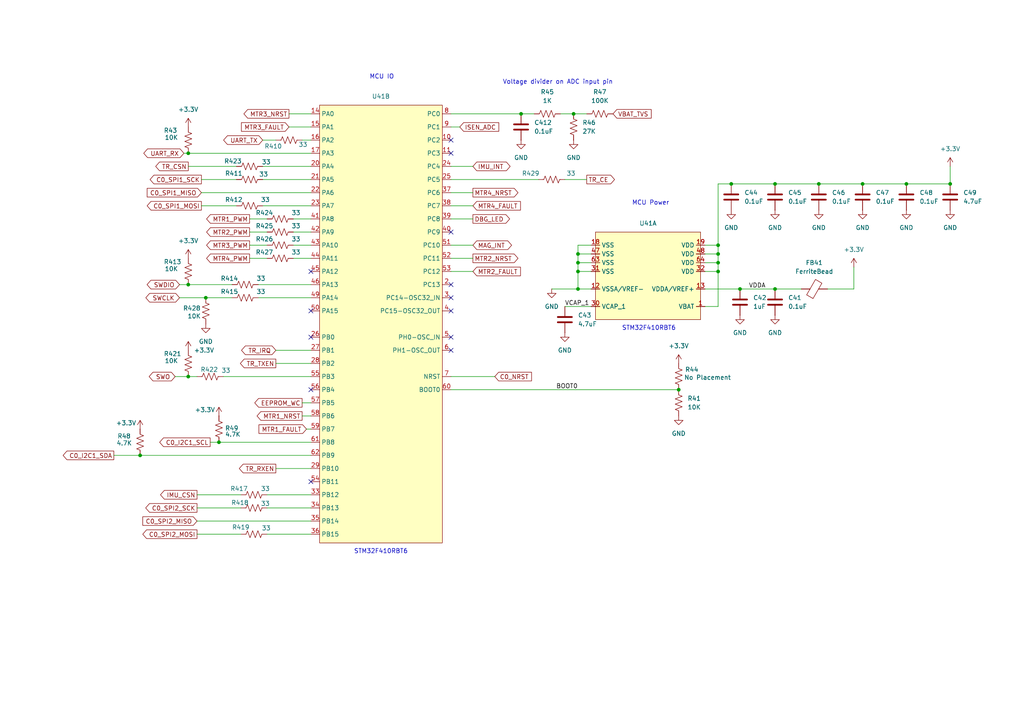
<source format=kicad_sch>
(kicad_sch (version 20250114) (generator "eeschema") (generator_version "9.0")
  (paper "A4")
  (title_block (title "MCU") (date "2026-01-30") (rev "0-1"))
  (lib_symbols
    (symbol "Device:C" (pin_numbers (hide yes)) (pin_names (offset 0.254))
      (property "Reference" "C" (at 0.635 2.54 0))
      (property "Value" "C" (at 0.635 -2.54 0))
      (symbol "C_0_1"
        (polyline (pts (xy -2.032 0.762) (xy 2.032 0.762)) (stroke (width 0.508)))
        (polyline (pts (xy -2.032 -0.762) (xy 2.032 -0.762)) (stroke (width 0.508)))
      )
      (symbol "C_1_1"
        (pin passive line (at 0 3.81 270) (length 2.794) (name "~") (number "1"))
        (pin passive line (at 0 -3.81 90) (length 2.794) (name "~") (number "2"))
      )
    )
    (symbol "Device:FerriteBead" (pin_numbers (hide yes)) (pin_names (offset 0))
      (property "Reference" "FB" (at -3.81 0.635 90))
      (property "Value" "FerriteBead" (at 3.81 0 90))
      (symbol "FerriteBead_0_1"
        (polyline (pts (xy -2.7686 0.4064) (xy -1.7018 2.2606) (xy 2.7686 -0.3048) (xy 1.6764 -2.159) (xy -2.7686 0.4064)))
        (polyline (pts (xy 0 1.27) (xy 0 1.2954)))
        (polyline (pts (xy 0 -1.27) (xy 0 -1.2192)))
      )
      (symbol "FerriteBead_1_1"
        (pin passive line (at 0 3.81 270) (length 2.54) (name "~") (number "1"))
        (pin passive line (at 0 -3.81 90) (length 2.54) (name "~") (number "2"))
      )
    )
    (symbol "Device:R_US" (pin_numbers (hide yes)) (pin_names (offset 0))
      (property "Reference" "R" (at 2.54 0 90))
      (property "Value" "R_US" (at -2.54 0 90))
      (symbol "R_US_0_1"
        (polyline (pts (xy 0 2.286) (xy 0 2.54)))
        (polyline (pts (xy 0 2.286) (xy 1.016 1.905) (xy 0 1.524) (xy -1.016 1.143) (xy 0 0.762)))
        (polyline (pts (xy 0 0.762) (xy 1.016 0.381) (xy 0 0) (xy -1.016 -0.381) (xy 0 -0.762)))
        (polyline (pts (xy 0 -0.762) (xy 1.016 -1.143) (xy 0 -1.524) (xy -1.016 -1.905) (xy 0 -2.286)))
        (polyline (pts (xy 0 -2.286) (xy 0 -2.54)))
      )
      (symbol "R_US_1_1"
        (pin passive line (at 0 3.81 270) (length 1.27) (name "~") (number "1"))
        (pin passive line (at 0 -3.81 90) (length 1.27) (name "~") (number "2"))
      )
    )
    (symbol "Global:STM32F410RBT6"
      (property "Reference" "U" (at 0 13.716 0))
      (property "Description" "STM32F410RBT6" (at 0 0 0))
      (symbol "STM32F410RBT6_1_1"
        (rectangle (start -15.24 10.16) (end 15.24 -15.24) (fill (type color) (color 255 255 194 1)))
        (pin input line (at -16.51 6.35 0) (length 2.54) (name "VSS") (number "18"))
        (pin input line (at -16.51 3.81 0) (length 2.54) (name "VSS") (number "47"))
        (pin input line (at -16.51 1.27 0) (length 2.54) (name "VSS") (number "63"))
        (pin input line (at -16.51 -1.27 0) (length 2.54) (name "VSS") (number "31"))
        (pin input line (at -16.51 -6.35 0) (length 2.54) (name "VSSA/VREF-") (number "12"))
        (pin input line (at -16.51 -11.43 0) (length 2.54) (name "VCAP_1") (number "30"))
        (pin input line (at 16.51 6.35 180) (length 2.54) (name "VDD") (number "19"))
        (pin input line (at 16.51 3.81 180) (length 2.54) (name "VDD") (number "48"))
        (pin input line (at 16.51 1.27 180) (length 2.54) (name "VDD") (number "64"))
        (pin input line (at 16.51 -1.27 180) (length 2.54) (name "VDD") (number "32"))
        (pin input line (at 16.51 -6.35 180) (length 2.54) (name "VDDA/VREF+") (number "13"))
        (pin input line (at 16.51 -11.43 180) (length 2.54) (name "VBAT") (number "1"))
      )
      (symbol "STM32F410RBT6_2_1"
        (rectangle (start -17.78 63.5) (end 17.78 -63.5) (fill (type color) (color 255 255 194 1)))
        (pin bidirectional line (at -20.32 60.96 0) (length 2.54) (name "PA0") (number "14"))
        (pin bidirectional line (at -20.32 57.15 0) (length 2.54) (name "PA1") (number "15"))
        (pin bidirectional line (at -20.32 53.34 0) (length 2.54) (name "PA2") (number "16"))
        (pin bidirectional line (at -20.32 49.53 0) (length 2.54) (name "PA3") (number "17"))
        (pin bidirectional line (at -20.32 45.72 0) (length 2.54) (name "PA4") (number "20"))
        (pin bidirectional line (at -20.32 41.91 0) (length 2.54) (name "PA5") (number "21"))
        (pin bidirectional line (at -20.32 38.1 0) (length 2.54) (name "PA6") (number "22"))
        (pin bidirectional line (at -20.32 34.29 0) (length 2.54) (name "PA7") (number "23"))
        (pin bidirectional line (at -20.32 30.48 0) (length 2.54) (name "PA8") (number "41"))
        (pin bidirectional line (at -20.32 26.67 0) (length 2.54) (name "PA9") (number "42"))
        (pin bidirectional line (at -20.32 22.86 0) (length 2.54) (name "PA10") (number "43"))
        (pin bidirectional line (at -20.32 19.05 0) (length 2.54) (name "PA11") (number "44"))
        (pin bidirectional line (at -20.32 15.24 0) (length 2.54) (name "PA12") (number "45"))
        (pin bidirectional line (at -20.32 11.43 0) (length 2.54) (name "PA13") (number "46"))
        (pin bidirectional line (at -20.32 7.62 0) (length 2.54) (name "PA14") (number "49"))
        (pin bidirectional line (at -20.32 3.81 0) (length 2.54) (name "PA15") (number "50"))
        (pin bidirectional line (at -20.32 -3.81 0) (length 2.54) (name "PB0") (number "26"))
        (pin bidirectional line (at -20.32 -7.62 0) (length 2.54) (name "PB1") (number "27"))
        (pin bidirectional line (at -20.32 -11.43 0) (length 2.54) (name "PB2") (number "28"))
        (pin bidirectional line (at -20.32 -15.24 0) (length 2.54) (name "PB3") (number "55"))
        (pin bidirectional line (at -20.32 -19.05 0) (length 2.54) (name "PB4") (number "56"))
        (pin bidirectional line (at -20.32 -22.86 0) (length 2.54) (name "PB5") (number "57"))
        (pin bidirectional line (at -20.32 -26.67 0) (length 2.54) (name "PB6") (number "58"))
        (pin bidirectional line (at -20.32 -30.48 0) (length 2.54) (name "PB7") (number "59"))
        (pin bidirectional line (at -20.32 -34.29 0) (length 2.54) (name "PB8") (number "61"))
        (pin bidirectional line (at -20.32 -38.1 0) (length 2.54) (name "PB9") (number "62"))
        (pin bidirectional line (at -20.32 -41.91 0) (length 2.54) (name "PB10") (number "29"))
        (pin bidirectional line (at -20.32 -45.72 0) (length 2.54) (name "PB11") (number "54"))
        (pin bidirectional line (at -20.32 -49.53 0) (length 2.54) (name "PB12") (number "33"))
        (pin bidirectional line (at -20.32 -53.34 0) (length 2.54) (name "PB13") (number "34"))
        (pin bidirectional line (at -20.32 -57.15 0) (length 2.54) (name "PB14") (number "35"))
        (pin bidirectional line (at -20.32 -60.96 0) (length 2.54) (name "PB15") (number "36"))
        (pin bidirectional line (at 20.32 60.96 180) (length 2.54) (name "PC0") (number "8"))
        (pin bidirectional line (at 20.32 57.15 180) (length 2.54) (name "PC1") (number "9"))
        (pin bidirectional line (at 20.32 53.34 180) (length 2.54) (name "PC2") (number "10"))
        (pin bidirectional line (at 20.32 49.53 180) (length 2.54) (name "PC3") (number "11"))
        (pin bidirectional line (at 20.32 45.72 180) (length 2.54) (name "PC4") (number "24"))
        (pin bidirectional line (at 20.32 41.91 180) (length 2.54) (name "PC5") (number "25"))
        (pin bidirectional line (at 20.32 38.1 180) (length 2.54) (name "PC6") (number "37"))
        (pin bidirectional line (at 20.32 34.29 180) (length 2.54) (name "PC7") (number "38"))
        (pin bidirectional line (at 20.32 30.48 180) (length 2.54) (name "PC8") (number "39"))
        (pin bidirectional line (at 20.32 26.67 180) (length 2.54) (name "PC9") (number "40"))
        (pin bidirectional line (at 20.32 22.86 180) (length 2.54) (name "PC10") (number "51"))
        (pin bidirectional line (at 20.32 19.05 180) (length 2.54) (name "PC11") (number "52"))
        (pin bidirectional line (at 20.32 15.24 180) (length 2.54) (name "PC12") (number "53"))
        (pin bidirectional line (at 20.32 11.43 180) (length 2.54) (name "PC13") (number "2"))
        (pin bidirectional line (at 20.32 7.62 180) (length 2.54) (name "PC14-OSC32_IN") (number "3"))
        (pin bidirectional line (at 20.32 3.81 180) (length 2.54) (name "PC15-OSC32_OUT") (number "4"))
        (pin bidirectional line (at 20.32 -3.81 180) (length 2.54) (name "PH0-OSC_IN") (number "5"))
        (pin bidirectional line (at 20.32 -7.62 180) (length 2.54) (name "PH1-OSC_OUT") (number "6"))
        (pin bidirectional line (at 20.32 -15.24 180) (length 2.54) (name "NRST") (number "7"))
        (pin input line (at 20.32 -19.05 180) (length 2.54) (name "BOOT0") (number "60"))
      )
    )
    (symbol "STM32F410RBT6_1"
      (property "Reference" "U" (at 0 13.716 0))
      (property "Value" "STM32F410RBT6" (at 0 0 0))
      (property "Description" "STM32F410RBT6" (at 0 0 0))
      (symbol "STM32F410RBT6_1_1_1"
        (rectangle (start -15.24 10.16) (end 15.24 -15.24) (fill (type color) (color 255 255 194 1)))
        (pin input line (at -16.51 6.35 0) (length 2.54) (name "VSS") (number "18"))
        (pin input line (at -16.51 3.81 0) (length 2.54) (name "VSS") (number "47"))
        (pin input line (at -16.51 1.27 0) (length 2.54) (name "VSS") (number "63"))
        (pin input line (at -16.51 -1.27 0) (length 2.54) (name "VSS") (number "31"))
        (pin input line (at -16.51 -6.35 0) (length 2.54) (name "VSSA/VREF-") (number "12"))
        (pin input line (at -16.51 -11.43 0) (length 2.54) (name "VCAP_1") (number "30"))
        (pin input line (at 16.51 6.35 180) (length 2.54) (name "VDD") (number "19"))
        (pin input line (at 16.51 3.81 180) (length 2.54) (name "VDD") (number "48"))
        (pin input line (at 16.51 1.27 180) (length 2.54) (name "VDD") (number "64"))
        (pin input line (at 16.51 -1.27 180) (length 2.54) (name "VDD") (number "32"))
        (pin input line (at 16.51 -6.35 180) (length 2.54) (name "VDDA/VREF+") (number "13"))
        (pin input line (at 16.51 -11.43 180) (length 2.54) (name "VBAT") (number "1"))
      )
      (symbol "STM32F410RBT6_1_2_1"
        (rectangle (start -17.78 63.5) (end 17.78 -63.5) (fill (type color) (color 255 255 194 1)))
        (pin bidirectional line (at -20.32 60.96 0) (length 2.54) (name "PA0") (number "14"))
        (pin bidirectional line (at -20.32 57.15 0) (length 2.54) (name "PA1") (number "15"))
        (pin bidirectional line (at -20.32 53.34 0) (length 2.54) (name "PA2") (number "16"))
        (pin bidirectional line (at -20.32 49.53 0) (length 2.54) (name "PA3") (number "17"))
        (pin bidirectional line (at -20.32 45.72 0) (length 2.54) (name "PA4") (number "20"))
        (pin bidirectional line (at -20.32 41.91 0) (length 2.54) (name "PA5") (number "21"))
        (pin bidirectional line (at -20.32 38.1 0) (length 2.54) (name "PA6") (number "22"))
        (pin bidirectional line (at -20.32 34.29 0) (length 2.54) (name "PA7") (number "23"))
        (pin bidirectional line (at -20.32 30.48 0) (length 2.54) (name "PA8") (number "41"))
        (pin bidirectional line (at -20.32 26.67 0) (length 2.54) (name "PA9") (number "42"))
        (pin bidirectional line (at -20.32 22.86 0) (length 2.54) (name "PA10") (number "43"))
        (pin bidirectional line (at -20.32 19.05 0) (length 2.54) (name "PA11") (number "44"))
        (pin bidirectional line (at -20.32 15.24 0) (length 2.54) (name "PA12") (number "45"))
        (pin bidirectional line (at -20.32 11.43 0) (length 2.54) (name "PA13") (number "46"))
        (pin bidirectional line (at -20.32 7.62 0) (length 2.54) (name "PA14") (number "49"))
        (pin bidirectional line (at -20.32 3.81 0) (length 2.54) (name "PA15") (number "50"))
        (pin bidirectional line (at -20.32 -3.81 0) (length 2.54) (name "PB0") (number "26"))
        (pin bidirectional line (at -20.32 -7.62 0) (length 2.54) (name "PB1") (number "27"))
        (pin bidirectional line (at -20.32 -11.43 0) (length 2.54) (name "PB2") (number "28"))
        (pin bidirectional line (at -20.32 -15.24 0) (length 2.54) (name "PB3") (number "55"))
        (pin bidirectional line (at -20.32 -19.05 0) (length 2.54) (name "PB4") (number "56"))
        (pin bidirectional line (at -20.32 -22.86 0) (length 2.54) (name "PB5") (number "57"))
        (pin bidirectional line (at -20.32 -26.67 0) (length 2.54) (name "PB6") (number "58"))
        (pin bidirectional line (at -20.32 -30.48 0) (length 2.54) (name "PB7") (number "59"))
        (pin bidirectional line (at -20.32 -34.29 0) (length 2.54) (name "PB8") (number "61"))
        (pin bidirectional line (at -20.32 -38.1 0) (length 2.54) (name "PB9") (number "62"))
        (pin bidirectional line (at -20.32 -41.91 0) (length 2.54) (name "PB10") (number "29"))
        (pin bidirectional line (at -20.32 -45.72 0) (length 2.54) (name "PB11") (number "54"))
        (pin bidirectional line (at -20.32 -49.53 0) (length 2.54) (name "PB12") (number "33"))
        (pin bidirectional line (at -20.32 -53.34 0) (length 2.54) (name "PB13") (number "34"))
        (pin bidirectional line (at -20.32 -57.15 0) (length 2.54) (name "PB14") (number "35"))
        (pin bidirectional line (at -20.32 -60.96 0) (length 2.54) (name "PB15") (number "36"))
        (pin bidirectional line (at 20.32 60.96 180) (length 2.54) (name "PC0") (number "8"))
        (pin bidirectional line (at 20.32 57.15 180) (length 2.54) (name "PC1") (number "9"))
        (pin bidirectional line (at 20.32 53.34 180) (length 2.54) (name "PC2") (number "10"))
        (pin bidirectional line (at 20.32 49.53 180) (length 2.54) (name "PC3") (number "11"))
        (pin bidirectional line (at 20.32 45.72 180) (length 2.54) (name "PC4") (number "24"))
        (pin bidirectional line (at 20.32 41.91 180) (length 2.54) (name "PC5") (number "25"))
        (pin bidirectional line (at 20.32 38.1 180) (length 2.54) (name "PC6") (number "37"))
        (pin bidirectional line (at 20.32 34.29 180) (length 2.54) (name "PC7") (number "38"))
        (pin bidirectional line (at 20.32 30.48 180) (length 2.54) (name "PC8") (number "39"))
        (pin bidirectional line (at 20.32 26.67 180) (length 2.54) (name "PC9") (number "40"))
        (pin bidirectional line (at 20.32 22.86 180) (length 2.54) (name "PC10") (number "51"))
        (pin bidirectional line (at 20.32 19.05 180) (length 2.54) (name "PC11") (number "52"))
        (pin bidirectional line (at 20.32 15.24 180) (length 2.54) (name "PC12") (number "53"))
        (pin bidirectional line (at 20.32 11.43 180) (length 2.54) (name "PC13") (number "2"))
        (pin bidirectional line (at 20.32 7.62 180) (length 2.54) (name "PC14-OSC32_IN") (number "3"))
        (pin bidirectional line (at 20.32 3.81 180) (length 2.54) (name "PC15-OSC32_OUT") (number "4"))
        (pin bidirectional line (at 20.32 -3.81 180) (length 2.54) (name "PH0-OSC_IN") (number "5"))
        (pin bidirectional line (at 20.32 -7.62 180) (length 2.54) (name "PH1-OSC_OUT") (number "6"))
        (pin bidirectional line (at 20.32 -15.24 180) (length 2.54) (name "NRST") (number "7"))
        (pin input line (at 20.32 -19.05 180) (length 2.54) (name "BOOT0") (number "60"))
      )
    )
    (symbol "power:+3.3V" (power) (pin_numbers (hide yes)) (pin_names (offset 0) (hide yes))
      (property "Value" "+3.3V" (at 0 3.556 0))
      (symbol "+3.3V_0_1"
        (polyline (pts (xy -0.762 1.27) (xy 0 2.54)))
        (polyline (pts (xy 0 2.54) (xy 0.762 1.27)))
        (polyline (pts (xy 0 0) (xy 0 2.54)))
      )
      (symbol "+3.3V_1_1"
        (pin power_in line (at 0 0 90) (length 0) (name "~") (number "1"))
      )
    )
    (symbol "power:GND" (power) (pin_numbers (hide yes)) (pin_names (offset 0) (hide yes))
      (property "Value" "GND" (at 0 -3.81 0))
      (symbol "GND_0_1"
        (polyline (pts (xy 0 0) (xy 0 -1.27) (xy 1.27 -1.27) (xy 0 -2.54) (xy -1.27 -1.27) (xy 0 -1.27)))
      )
      (symbol "GND_1_1"
        (pin power_in line (at 0 0 270) (length 0) (name "~") (number "1"))
      )
    )
  )
  (text "Voltage divider on ADC input pin" (at 161.798 23.876 0) (effects (font (size 1.27 1.27))))
  (text "STM32F410RBT6" (at 188.214 95.25 0) (effects (font (size 1.27 1.27))))
  (text "MCU Power" (at 188.722 58.928 0) (effects (font (size 1.27 1.27))))
  (text "MCU IO" (at 110.744 22.352 0) (effects (font (size 1.27 1.27))))
  (text "STM32F410RBT6" (at 110.49 160.02 0) (effects (font (size 1.27 1.27))))
  (junction (at 167.64 83.82))
  (junction (at 237.49 53.34))
  (junction (at 196.85 113.03))
  (junction (at 224.79 53.34))
  (junction (at 275.59 53.34))
  (junction (at 166.37 33.02))
  (junction (at 151.13 33.02))
  (junction (at 224.79 83.82))
  (junction (at 250.19 53.34))
  (junction (at 208.28 71.12))
  (junction (at 208.28 76.2))
  (junction (at 63.5 128.27))
  (junction (at 54.61 44.45))
  (junction (at 208.28 73.66))
  (junction (at 40.64 132.08))
  (junction (at 54.61 82.55))
  (junction (at 262.89 53.34))
  (junction (at 54.61 109.22))
  (junction (at 212.09 53.34))
  (junction (at 167.64 78.74))
  (junction (at 59.69 86.36))
  (junction (at 167.64 73.66))
  (junction (at 167.64 76.2))
  (junction (at 214.63 83.82))
  (junction (at 208.28 78.74))
  (no_connect (at 130.81 101.6))
  (no_connect (at 90.17 113.03))
  (no_connect (at 90.17 78.74))
  (no_connect (at 90.17 97.79))
  (no_connect (at 130.81 86.36))
  (no_connect (at 90.17 90.17))
  (no_connect (at 90.17 139.7))
  (no_connect (at 130.81 82.55))
  (no_connect (at 130.81 90.17))
  (no_connect (at 130.81 44.45))
  (no_connect (at 130.81 97.79))
  (no_connect (at 130.81 67.31))
  (no_connect (at 130.81 40.64))
  (wire (pts (xy 76.2 52.07) (xy 90.17 52.07)))
  (wire (pts (xy 60.96 128.27) (xy 63.5 128.27)))
  (wire (pts (xy 57.15 143.51) (xy 69.85 143.51)))
  (wire (pts (xy 87.63 40.64) (xy 90.17 40.64)))
  (wire (pts (xy 275.59 48.26) (xy 275.59 53.34)))
  (wire (pts (xy 166.37 33.02) (xy 170.18 33.02)))
  (wire (pts (xy 59.69 86.36) (xy 67.31 86.36)))
  (wire (pts (xy 130.81 113.03) (xy 196.85 113.03)))
  (wire (pts (xy 171.45 73.66) (xy 167.64 73.66)))
  (wire (pts (xy 167.64 78.74) (xy 167.64 83.82)))
  (wire (pts (xy 52.07 82.55) (xy 54.61 82.55)))
  (wire (pts (xy 85.09 74.93) (xy 90.17 74.93)))
  (wire (pts (xy 54.61 109.22) (xy 57.15 109.22)))
  (wire (pts (xy 130.81 63.5) (xy 137.16 63.5)))
  (wire (pts (xy 54.61 48.26) (xy 68.58 48.26)))
  (wire (pts (xy 72.39 71.12) (xy 77.47 71.12)))
  (wire (pts (xy 74.93 82.55) (xy 90.17 82.55)))
  (wire (pts (xy 85.09 63.5) (xy 90.17 63.5)))
  (wire (pts (xy 58.42 59.69) (xy 68.58 59.69)))
  (wire (pts (xy 130.81 78.74) (xy 137.16 78.74)))
  (wire (pts (xy 130.81 52.07) (xy 156.21 52.07)))
  (wire (pts (xy 163.83 52.07) (xy 170.18 52.07)))
  (wire (pts (xy 204.47 78.74) (xy 208.28 78.74)))
  (wire (pts (xy 163.83 88.9) (xy 171.45 88.9)))
  (wire (pts (xy 74.93 86.36) (xy 90.17 86.36)))
  (wire (pts (xy 167.64 73.66) (xy 167.64 76.2)))
  (wire (pts (xy 204.47 88.9) (xy 208.28 88.9)))
  (wire (pts (xy 130.81 48.26) (xy 137.16 48.26)))
  (wire (pts (xy 130.81 71.12) (xy 137.16 71.12)))
  (wire (pts (xy 130.81 59.69) (xy 137.16 59.69)))
  (wire (pts (xy 63.5 128.27) (xy 90.17 128.27)))
  (wire (pts (xy 240.03 83.82) (xy 247.65 83.82)))
  (wire (pts (xy 87.63 116.84) (xy 90.17 116.84)))
  (wire (pts (xy 224.79 53.34) (xy 237.49 53.34)))
  (wire (pts (xy 208.28 53.34) (xy 212.09 53.34)))
  (wire (pts (xy 54.61 44.45) (xy 90.17 44.45)))
  (wire (pts (xy 72.39 74.93) (xy 77.47 74.93)))
  (wire (pts (xy 57.15 154.94) (xy 69.85 154.94)))
  (wire (pts (xy 80.01 101.6) (xy 90.17 101.6)))
  (wire (pts (xy 204.47 71.12) (xy 208.28 71.12)))
  (wire (pts (xy 76.2 40.64) (xy 80.01 40.64)))
  (wire (pts (xy 77.47 154.94) (xy 90.17 154.94)))
  (wire (pts (xy 171.45 78.74) (xy 167.64 78.74)))
  (wire (pts (xy 171.45 76.2) (xy 167.64 76.2)))
  (wire (pts (xy 53.34 44.45) (xy 54.61 44.45)))
  (wire (pts (xy 224.79 83.82) (xy 232.41 83.82)))
  (wire (pts (xy 143.51 109.22) (xy 130.81 109.22)))
  (wire (pts (xy 250.19 53.34) (xy 262.89 53.34)))
  (wire (pts (xy 76.2 48.26) (xy 90.17 48.26)))
  (wire (pts (xy 208.28 76.2) (xy 208.28 78.74)))
  (wire (pts (xy 58.42 55.88) (xy 90.17 55.88)))
  (wire (pts (xy 130.81 74.93) (xy 137.16 74.93)))
  (wire (pts (xy 204.47 73.66) (xy 208.28 73.66)))
  (wire (pts (xy 160.02 83.82) (xy 167.64 83.82)))
  (wire (pts (xy 167.64 83.82) (xy 171.45 83.82)))
  (wire (pts (xy 88.9 124.46) (xy 90.17 124.46)))
  (wire (pts (xy 77.47 147.32) (xy 90.17 147.32)))
  (wire (pts (xy 208.28 73.66) (xy 208.28 76.2)))
  (wire (pts (xy 204.47 83.82) (xy 214.63 83.82)))
  (wire (pts (xy 58.42 52.07) (xy 68.58 52.07)))
  (wire (pts (xy 208.28 71.12) (xy 208.28 73.66)))
  (wire (pts (xy 224.79 53.34) (xy 212.09 53.34)))
  (wire (pts (xy 83.82 33.02) (xy 90.17 33.02)))
  (wire (pts (xy 208.28 53.34) (xy 208.28 71.12)))
  (wire (pts (xy 130.81 55.88) (xy 137.16 55.88)))
  (wire (pts (xy 151.13 33.02) (xy 154.94 33.02)))
  (wire (pts (xy 57.15 151.13) (xy 90.17 151.13)))
  (wire (pts (xy 204.47 76.2) (xy 208.28 76.2)))
  (wire (pts (xy 247.65 77.47) (xy 247.65 83.82)))
  (wire (pts (xy 214.63 83.82) (xy 224.79 83.82)))
  (wire (pts (xy 167.64 71.12) (xy 167.64 73.66)))
  (wire (pts (xy 130.81 33.02) (xy 151.13 33.02)))
  (wire (pts (xy 237.49 53.34) (xy 250.19 53.34)))
  (wire (pts (xy 80.01 135.89) (xy 90.17 135.89)))
  (wire (pts (xy 52.07 86.36) (xy 59.69 86.36)))
  (wire (pts (xy 72.39 63.5) (xy 77.47 63.5)))
  (wire (pts (xy 208.28 88.9) (xy 208.28 78.74)))
  (wire (pts (xy 76.2 59.69) (xy 90.17 59.69)))
  (wire (pts (xy 33.02 132.08) (xy 40.64 132.08)))
  (wire (pts (xy 57.15 147.32) (xy 69.85 147.32)))
  (wire (pts (xy 50.8 109.22) (xy 54.61 109.22)))
  (wire (pts (xy 85.09 71.12) (xy 90.17 71.12)))
  (wire (pts (xy 162.56 33.02) (xy 166.37 33.02)))
  (wire (pts (xy 275.59 53.34) (xy 262.89 53.34)))
  (wire (pts (xy 130.81 36.83) (xy 133.35 36.83)))
  (wire (pts (xy 87.63 120.65) (xy 90.17 120.65)))
  (wire (pts (xy 80.01 105.41) (xy 90.17 105.41)))
  (wire (pts (xy 64.77 109.22) (xy 90.17 109.22)))
  (wire (pts (xy 54.61 82.55) (xy 67.31 82.55)))
  (wire (pts (xy 77.47 143.51) (xy 90.17 143.51)))
  (wire (pts (xy 83.82 36.83) (xy 90.17 36.83)))
  (wire (pts (xy 167.64 76.2) (xy 167.64 78.74)))
  (wire (pts (xy 72.39 67.31) (xy 77.47 67.31)))
  (wire (pts (xy 85.09 67.31) (xy 90.17 67.31)))
  (wire (pts (xy 40.64 132.08) (xy 90.17 132.08)))
  (wire (pts (xy 171.45 71.12) (xy 167.64 71.12)))
  (label "BOOT0" (at 161.29 113.03 0))
  (label "VDDA" (at 217.17 83.82 0))
  (label "VCAP_1" (at 163.83 88.9 0))
  (global_label "C0_I2C1_SCL" (shape output) (at 60.96 128.27 180) (property "Intersheetrefs" "${INTERSHEET_REFS}" (at 45.7587 128.27 0) (effects (justify right))))
  (global_label "MTR4_NRST" (shape output) (at 137.16 55.88 0) (property "Intersheetrefs" "${INTERSHEET_REFS}" (at 150.7889 55.88 0) (effects (justify left))))
  (global_label "DBG_LED" (shape output) (at 137.16 63.5 0) (property "Intersheetrefs" "${INTERSHEET_REFS}" (at 148.3699 63.5 0) (effects (justify left))))
  (global_label "TR_CSN" (shape output) (at 54.61 48.26 180) (property "Intersheetrefs" "${INTERSHEET_REFS}" (at 44.6096 48.26 0) (effects (justify right))))
  (global_label "C0_SPI2_MOSI" (shape output) (at 57.15 154.94 180) (property "Intersheetrefs" "${INTERSHEET_REFS}" (at 40.8601 154.94 0) (effects (justify right))))
  (global_label "VBAT_TVS" (shape input) (at 177.8 33.02 0) (property "Intersheetrefs" "${INTERSHEET_REFS}" (at 189.4333 33.02 0) (effects (justify left))))
  (global_label "C0_SPI1_MOSI" (shape output) (at 58.42 59.69 180) (property "Intersheetrefs" "${INTERSHEET_REFS}" (at 42.1301 59.69 0) (effects (justify right))))
  (global_label "MTR3_FAULT" (shape input) (at 83.82 36.83 180) (property "Intersheetrefs" "${INTERSHEET_REFS}" (at 69.4653 36.83 0) (effects (justify right))))
  (global_label "UART_TX" (shape bidirectional) (at 76.2 40.64 180) (property "Intersheetrefs" "${INTERSHEET_REFS}" (at 64.3021 40.64 0) (effects (justify right))))
  (global_label "MTR1_PWM" (shape output) (at 72.39 63.5 180) (property "Intersheetrefs" "${INTERSHEET_REFS}" (at 59.3659 63.5 0) (effects (justify right))))
  (global_label "C0_SPI1_MISO" (shape input) (at 58.42 55.88 180) (property "Intersheetrefs" "${INTERSHEET_REFS}" (at 42.1301 55.88 0) (effects (justify right))))
  (global_label "UART_RX" (shape bidirectional) (at 53.34 44.45 180) (property "Intersheetrefs" "${INTERSHEET_REFS}" (at 41.1397 44.45 0) (effects (justify right))))
  (global_label "MTR2_PWM" (shape output) (at 72.39 67.31 180) (property "Intersheetrefs" "${INTERSHEET_REFS}" (at 59.3659 67.31 0) (effects (justify right))))
  (global_label "TR_CE" (shape output) (at 170.18 52.07 0) (property "Intersheetrefs" "${INTERSHEET_REFS}" (at 178.7894 52.07 0) (effects (justify left))))
  (global_label "MTR2_FAULT" (shape input) (at 137.16 78.74 0) (property "Intersheetrefs" "${INTERSHEET_REFS}" (at 151.5147 78.74 0) (effects (justify left))))
  (global_label "MTR4_PWM" (shape output) (at 72.39 74.93 180) (property "Intersheetrefs" "${INTERSHEET_REFS}" (at 59.3659 74.93 0) (effects (justify right))))
  (global_label "EEPROM_WC" (shape output) (at 87.63 116.84 180) (property "Intersheetrefs" "${INTERSHEET_REFS}" (at 73.3359 116.84 0) (effects (justify right))))
  (global_label "C0_SPI2_SCK" (shape output) (at 57.15 147.32 180) (property "Intersheetrefs" "${INTERSHEET_REFS}" (at 41.7068 147.32 0) (effects (justify right))))
  (global_label "TR_RXEN" (shape output) (at 80.01 135.89 180) (property "Intersheetrefs" "${INTERSHEET_REFS}" (at 68.8606 135.89 0) (effects (justify right))))
  (global_label "SWCLK" (shape bidirectional) (at 52.07 86.36 180) (property "Intersheetrefs" "${INTERSHEET_REFS}" (at 41.7445 86.36 0) (effects (justify right))))
  (global_label "SWO" (shape bidirectional) (at 50.8 109.22 180) (property "Intersheetrefs" "${INTERSHEET_REFS}" (at 42.7121 109.22 0) (effects (justify right))))
  (global_label "ISEN_ADC" (shape input) (at 133.35 36.83 0) (property "Intersheetrefs" "${INTERSHEET_REFS}" (at 145.2252 36.83 0) (effects (justify left))))
  (global_label "MTR1_NRST" (shape output) (at 87.63 120.65 180) (property "Intersheetrefs" "${INTERSHEET_REFS}" (at 74.0011 120.65 0) (effects (justify right))))
  (global_label "MTR3_PWM" (shape output) (at 72.39 71.12 180) (property "Intersheetrefs" "${INTERSHEET_REFS}" (at 59.3659 71.12 0) (effects (justify right))))
  (global_label "MTR1_FAULT" (shape input) (at 88.9 124.46 180) (property "Intersheetrefs" "${INTERSHEET_REFS}" (at 74.5453 124.46 0) (effects (justify right))))
  (global_label "MTR4_FAULT" (shape input) (at 137.16 59.69 0) (property "Intersheetrefs" "${INTERSHEET_REFS}" (at 151.5147 59.69 0) (effects (justify left))))
  (global_label "TR_TXEN" (shape output) (at 80.01 105.41 180) (property "Intersheetrefs" "${INTERSHEET_REFS}" (at 69.163 105.41 0) (effects (justify right))))
  (global_label "MTR2_NRST" (shape output) (at 137.16 74.93 0) (property "Intersheetrefs" "${INTERSHEET_REFS}" (at 150.7889 74.93 0) (effects (justify left))))
  (global_label "C0_NRST" (shape input) (at 143.51 109.22 0) (property "Intersheetrefs" "${INTERSHEET_REFS}" (at 154.7199 109.22 0) (effects (justify left))))
  (global_label "TR_IRQ" (shape bidirectional) (at 80.01 101.6 180) (property "Intersheetrefs" "${INTERSHEET_REFS}" (at 70.6143 101.6 0) (effects (justify right))))
  (global_label "MAG_INT" (shape bidirectional) (at 137.16 71.12 0) (property "Intersheetrefs" "${INTERSHEET_REFS}" (at 148.937 71.12 0) (effects (justify left))))
  (global_label "C0_I2C1_SDA" (shape output) (at 33.02 132.08 180) (property "Intersheetrefs" "${INTERSHEET_REFS}" (at 17.7582 132.08 0) (effects (justify right))))
  (global_label "IMU_INT" (shape bidirectional) (at 137.16 48.26 0) (property "Intersheetrefs" "${INTERSHEET_REFS}" (at 147.4024 48.26 0) (effects (justify left))))
  (global_label "C0_SPI2_MISO" (shape input) (at 57.15 151.13 180) (property "Intersheetrefs" "${INTERSHEET_REFS}" (at 40.8601 151.13 0) (effects (justify right))))
  (global_label "MTR3_NRST" (shape output) (at 83.82 33.02 180) (property "Intersheetrefs" "${INTERSHEET_REFS}" (at 70.1911 33.02 0) (effects (justify right))))
  (global_label "SWDIO" (shape bidirectional) (at 52.07 82.55 180) (property "Intersheetrefs" "${INTERSHEET_REFS}" (at 42.1073 82.55 0) (effects (justify right))))
  (global_label "C0_SPI1_SCK" (shape output) (at 58.42 52.07 180) (property "Intersheetrefs" "${INTERSHEET_REFS}" (at 42.9768 52.07 0) (effects (justify right))))
  (global_label "IMU_CSN" (shape output) (at 57.15 143.51 180) (property "Intersheetrefs" "${INTERSHEET_REFS}" (at 46.0005 143.51 0) (effects (justify right))))
  (symbol (lib_id "power:GND") (at 212.09 60.96 0) (unit 1)
    (property "Reference" "#PWR028" (effects (hide yes)))
    (property "Value" "GND" (at 212.09 66.04 0))
    (property "Description" "Power symbol creates a global label with name \"GND\" , ground" (effects (hide yes)))
  )
  (symbol (lib_id "Device:R_US") (at 54.61 105.41 180) (unit 1)
    (property "Reference" "R421" (at 47.498 102.616 0) (effects (justify right)))
    (property "Value" "10K" (at 47.752 104.648 0) (effects (justify right)))
    (property "Footprint" "Resistor_SMD:R_0402_1005Metric" (effects (hide yes)))
    (property "Description" "Resistor, US symbol" (effects (hide yes)))
  )
  (symbol (lib_id "power:+3.3V") (at 54.61 36.83 0) (unit 1)
    (property "Reference" "#PWR037" (effects (hide yes)))
    (property "Value" "+3.3V" (at 54.61 31.75 0))
    (property "Description" "Power symbol creates a global label with name \"+3.3V\"" (effects (hide yes)))
  )
  (symbol (lib_id "Device:C") (at 212.09 57.15 0) (unit 1)
    (property "Reference" "C44" (at 215.9 55.8799 0) (effects (justify left)))
    (property "Value" "0.1uF" (at 215.9 58.4199 0) (effects (justify left)))
    (property "Footprint" "Capacitor_SMD:C_0402_1005Metric" (effects (hide yes)))
    (property "Description" "Unpolarized capacitor" (effects (hide yes)))
  )
  (symbol (lib_id "power:+3.3V") (at 54.61 74.93 0) (unit 1)
    (property "Reference" "#PWR084" (effects (hide yes)))
    (property "Value" "+3.3V" (at 54.61 69.85 0))
    (property "Description" "Power symbol creates a global label with name \"+3.3V\"" (effects (hide yes)))
  )
  (symbol (lib_id "Device:R_US") (at 158.75 33.02 90) (unit 1)
    (property "Reference" "R45" (at 158.75 26.67 90))
    (property "Value" "1K" (at 158.75 29.21 90))
    (property "Footprint" "Resistor_SMD:R_0402_1005Metric" (effects (hide yes)))
    (property "Description" "Resistor, US symbol" (effects (hide yes)))
  )
  (symbol (lib_id "power:+3.3V") (at 275.59 48.26 0) (unit 1)
    (property "Reference" "#PWR027" (effects (hide yes)))
    (property "Value" "+3.3V" (at 275.59 43.18 0))
    (property "Description" "Power symbol creates a global label with name \"+3.3V\"" (effects (hide yes)))
  )
  (symbol (lib_id "Device:R_US") (at 73.66 143.51 90) (unit 1)
    (property "Reference" "R417" (at 69.342 141.732 90))
    (property "Value" "33" (at 76.962 141.732 90))
    (property "Footprint" "Resistor_SMD:R_0402_1005Metric" (effects (hide yes)))
    (property "Description" "Resistor, US symbol" (effects (hide yes)))
  )
  (symbol (lib_id "power:GND") (at 59.69 93.98 0) (unit 1)
    (property "Reference" "#PWR0129" (effects (hide yes)))
    (property "Value" "GND" (at 59.69 99.06 0))
    (property "Description" "Power symbol creates a global label with name \"GND\" , ground" (effects (hide yes)))
  )
  (symbol (lib_id "Device:R_US") (at 40.64 128.27 180) (unit 1)
    (property "Reference" "R48" (at 34.036 126.492 0) (effects (justify right)))
    (property "Value" "4.7K" (at 33.782 128.524 0) (effects (justify right)))
    (property "Footprint" "Resistor_SMD:R_0402_1005Metric" (effects (hide yes)))
    (property "Description" "Resistor, US symbol" (effects (hide yes)))
  )
  (symbol (lib_id "Device:C") (at 250.19 57.15 0) (unit 1)
    (property "Reference" "C47" (at 254 55.8799 0) (effects (justify left)))
    (property "Value" "0.1uF" (at 254 58.4199 0) (effects (justify left)))
    (property "Footprint" "Capacitor_SMD:C_0402_1005Metric" (effects (hide yes)))
    (property "Description" "Unpolarized capacitor" (effects (hide yes)))
  )
  (symbol (lib_id "power:GND") (at 224.79 91.44 0) (unit 1)
    (property "Reference" "#PWR025" (effects (hide yes)))
    (property "Value" "GND" (at 224.79 96.52 0))
    (property "Description" "Power symbol creates a global label with name \"GND\" , ground" (effects (hide yes)))
  )
  (symbol (lib_id "power:+3.3V") (at 63.5 120.65 0) (unit 1)
    (property "Reference" "#PWR075" (effects (hide yes)))
    (property "Value" "+3.3V" (at 59.436 118.872 0))
    (property "Description" "Power symbol creates a global label with name \"+3.3V\"" (effects (hide yes)))
  )
  (symbol (lib_id "Device:R_US") (at 72.39 48.26 90) (unit 1)
    (property "Reference" "R423" (at 67.564 46.736 90))
    (property "Value" "33" (at 77.216 46.99 90))
    (property "Footprint" "Resistor_SMD:R_0402_1005Metric" (effects (hide yes)))
    (property "Description" "Resistor, US symbol" (effects (hide yes)))
  )
  (symbol (lib_id "Device:R_US") (at 173.99 33.02 90) (unit 1)
    (property "Reference" "R47" (at 173.99 26.67 90))
    (property "Value" "100K" (at 173.99 29.21 90))
    (property "Footprint" "Resistor_SMD:R_0402_1005Metric" (effects (hide yes)))
    (property "Description" "Resistor, US symbol" (effects (hide yes)))
  )
  (symbol (lib_id "Device:C") (at 275.59 57.15 0) (unit 1)
    (property "Reference" "C49" (at 279.4 55.8799 0) (effects (justify left)))
    (property "Value" "4.7uF" (at 279.4 58.4199 0) (effects (justify left)))
    (property "Footprint" "Capacitor_SMD:C_0805_2012Metric" (effects (hide yes)))
    (property "Description" "Unpolarized capacitor" (effects (hide yes)))
  )
  (symbol (lib_name "STM32F410RBT6_1") (lib_id "Global:STM32F410RBT6") (at 187.96 77.47 0) (unit 1)
    (property "Reference" "U41" (at 187.96 64.77 0))
    (property "Value" "STM32F410RBT6" (effects (hide yes)))
    (property "Footprint" "Library:LQFP64-10x10mm" (effects (hide yes)))
    (property "Description" "STM32F410RBT6" (effects (hide yes)))
  )
  (symbol (lib_id "Device:R_US") (at 54.61 40.64 180) (unit 1)
    (property "Reference" "R43" (at 47.498 37.846 0) (effects (justify right)))
    (property "Value" "10K" (at 47.752 39.878 0) (effects (justify right)))
    (property "Footprint" "Resistor_SMD:R_0402_1005Metric" (effects (hide yes)))
    (property "Description" "Resistor, US symbol" (effects (hide yes)))
  )
  (symbol (lib_id "Device:R_US") (at 73.66 147.32 90) (unit 1)
    (property "Reference" "R418" (at 69.596 145.796 90))
    (property "Value" "33" (at 76.962 146.05 90))
    (property "Footprint" "Resistor_SMD:R_0402_1005Metric" (effects (hide yes)))
    (property "Description" "Resistor, US symbol" (effects (hide yes)))
  )
  (symbol (lib_id "power:+3.3V") (at 54.61 101.6 0) (unit 1)
    (property "Reference" "#PWR0125" (effects (hide yes)))
    (property "Value" "+3.3V" (at 59.182 101.6 0))
    (property "Description" "Power symbol creates a global label with name \"+3.3V\"" (effects (hide yes)))
  )
  (symbol (lib_id "power:GND") (at 151.13 40.64 0) (unit 1)
    (property "Reference" "#PWR054" (effects (hide yes)))
    (property "Value" "GND" (at 151.13 45.72 0))
    (property "Description" "Power symbol creates a global label with name \"GND\" , ground" (effects (hide yes)))
  )
  (symbol (lib_id "power:GND") (at 237.49 60.96 0) (unit 1)
    (property "Reference" "#PWR030" (effects (hide yes)))
    (property "Value" "GND" (at 237.49 66.04 0))
    (property "Description" "Power symbol creates a global label with name \"GND\" , ground" (effects (hide yes)))
  )
  (symbol (lib_id "power:+3.3V") (at 40.64 124.46 0) (unit 1)
    (property "Reference" "#PWR074" (effects (hide yes)))
    (property "Value" "+3.3V" (at 36.576 122.682 0))
    (property "Description" "Power symbol creates a global label with name \"+3.3V\"" (effects (hide yes)))
  )
  (symbol (lib_id "power:GND") (at 250.19 60.96 0) (unit 1)
    (property "Reference" "#PWR031" (effects (hide yes)))
    (property "Value" "GND" (at 250.19 66.04 0))
    (property "Description" "Power symbol creates a global label with name \"GND\" , ground" (effects (hide yes)))
  )
  (symbol (lib_id "power:+3.3V") (at 247.65 77.47 0) (unit 1)
    (property "Reference" "#PWR023" (effects (hide yes)))
    (property "Value" "+3.3V" (at 247.65 72.39 0))
    (property "Description" "Power symbol creates a global label with name \"+3.3V\"" (effects (hide yes)))
  )
  (symbol (lib_id "Device:R_US") (at 72.39 52.07 90) (unit 1)
    (property "Reference" "R411" (at 67.818 50.292 90))
    (property "Value" "33" (at 76.454 50.546 90))
    (property "Footprint" "Resistor_SMD:R_0402_1005Metric" (effects (hide yes)))
    (property "Description" "Resistor, US symbol" (effects (hide yes)))
  )
  (symbol (lib_id "Device:R_US") (at 63.5 124.46 180) (unit 1)
    (property "Reference" "R49" (at 65.278 124.206 0) (effects (justify right)))
    (property "Value" "4.7K" (at 65.278 125.984 0) (effects (justify right)))
    (property "Footprint" "Resistor_SMD:R_0402_1005Metric" (effects (hide yes)))
    (property "Description" "Resistor, US symbol" (effects (hide yes)))
  )
  (symbol (lib_id "Device:R_US") (at 83.82 40.64 90) (unit 1)
    (property "Reference" "R410" (at 79.248 42.418 90))
    (property "Value" "33" (at 87.884 41.91 90))
    (property "Footprint" "Resistor_SMD:R_0402_1005Metric" (effects (hide yes)))
    (property "Description" "Resistor, US symbol" (effects (hide yes)))
  )
  (symbol (lib_id "Device:R_US") (at 81.28 74.93 90) (unit 1)
    (property "Reference" "R427" (at 76.708 73.152 90))
    (property "Value" "33" (at 85.852 73.152 90))
    (property "Footprint" "Resistor_SMD:R_0402_1005Metric" (effects (hide yes)))
    (property "Description" "Resistor, US symbol" (effects (hide yes)))
  )
  (symbol (lib_id "Device:C") (at 262.89 57.15 0) (unit 1)
    (property "Reference" "C48" (at 266.7 55.8799 0) (effects (justify left)))
    (property "Value" "0.1uF" (at 266.7 58.4199 0) (effects (justify left)))
    (property "Footprint" "Capacitor_SMD:C_0402_1005Metric" (effects (hide yes)))
    (property "Description" "Unpolarized capacitor" (effects (hide yes)))
  )
  (symbol (lib_id "Device:R_US") (at 196.85 109.22 180) (unit 1)
    (property "Reference" "R44" (at 200.66 107.188 0))
    (property "Value" "No Placement" (at 205.232 109.474 0))
    (property "Footprint" "Resistor_SMD:R_0402_1005Metric" (effects (hide yes)))
    (property "Description" "Resistor, US symbol" (effects (hide yes)))
  )
  (symbol (lib_id "Device:R_US") (at 73.66 154.94 90) (unit 1)
    (property "Reference" "R419" (at 69.85 152.908 90))
    (property "Value" "33" (at 77.216 153.162 90))
    (property "Footprint" "Resistor_SMD:R_0402_1005Metric" (effects (hide yes)))
    (property "Description" "Resistor, US symbol" (effects (hide yes)))
  )
  (symbol (lib_id "Device:C") (at 214.63 87.63 0) (unit 1)
    (property "Reference" "C42" (at 218.44 86.3599 0) (effects (justify left)))
    (property "Value" "1uF" (at 218.44 88.8999 0) (effects (justify left)))
    (property "Footprint" "Capacitor_SMD:C_0402_1005Metric" (effects (hide yes)))
    (property "Description" "Unpolarized capacitor" (effects (hide yes)))
  )
  (symbol (lib_id "Device:C") (at 163.83 92.71 0) (unit 1)
    (property "Reference" "C43" (at 167.64 91.4399 0) (effects (justify left)))
    (property "Value" "4.7uF" (at 167.64 93.9799 0) (effects (justify left)))
    (property "Footprint" "Capacitor_SMD:C_0805_2012Metric" (effects (hide yes)))
    (property "Description" "Unpolarized capacitor" (effects (hide yes)))
  )
  (symbol (lib_id "Global:STM32F410RBT6") (at 110.49 93.98 0) (unit 2)
    (property "Reference" "U41" (at 110.49 27.94 0))
    (property "Value" "STM32F410RBT6" (effects (hide yes)))
    (property "Footprint" "Library:LQFP64-10x10mm" (effects (hide yes)))
    (property "Description" "STM32F410RBT6" (effects (hide yes)))
  )
  (symbol (lib_id "Device:R_US") (at 71.12 82.55 90) (unit 1)
    (property "Reference" "R414" (at 66.548 80.772 90))
    (property "Value" "33" (at 75.692 80.772 90))
    (property "Footprint" "Resistor_SMD:R_0402_1005Metric" (effects (hide yes)))
    (property "Description" "Resistor, US symbol" (effects (hide yes)))
  )
  (symbol (lib_id "Device:C") (at 237.49 57.15 0) (unit 1)
    (property "Reference" "C46" (at 241.3 55.8799 0) (effects (justify left)))
    (property "Value" "0.1uF" (at 241.3 58.4199 0) (effects (justify left)))
    (property "Footprint" "Capacitor_SMD:C_0402_1005Metric" (effects (hide yes)))
    (property "Description" "Unpolarized capacitor" (effects (hide yes)))
  )
  (symbol (lib_id "Device:FerriteBead") (at 236.22 83.82 90) (unit 1)
    (property "Reference" "FB41" (at 236.1692 76.2 90))
    (property "Value" "FerriteBead" (at 236.1692 78.74 90))
    (property "Footprint" "Inductor_SMD:L_0805_2012Metric" (effects (hide yes)))
    (property "Description" "Ferrite bead" (effects (hide yes)))
  )
  (symbol (lib_id "power:GND") (at 275.59 60.96 0) (unit 1)
    (property "Reference" "#PWR034" (effects (hide yes)))
    (property "Value" "GND" (at 275.59 66.04 0))
    (property "Description" "Power symbol creates a global label with name \"GND\" , ground" (effects (hide yes)))
  )
  (symbol (lib_id "Device:C") (at 151.13 36.83 0) (unit 1)
    (property "Reference" "C412" (at 154.94 35.5599 0) (effects (justify left)))
    (property "Value" "0.1uF" (at 154.94 38.0999 0) (effects (justify left)))
    (property "Footprint" "Capacitor_SMD:C_0402_1005Metric" (effects (hide yes)))
    (property "Description" "Unpolarized capacitor" (effects (hide yes)))
  )
  (symbol (lib_id "Device:R_US") (at 59.69 90.17 180) (unit 1)
    (property "Reference" "R428" (at 53.086 89.408 0) (effects (justify right)))
    (property "Value" "10K" (at 54.356 91.694 0) (effects (justify right)))
    (property "Footprint" "Resistor_SMD:R_0402_1005Metric" (effects (hide yes)))
    (property "Description" "Resistor, US symbol" (effects (hide yes)))
  )
  (symbol (lib_id "Device:C") (at 224.79 87.63 0) (unit 1)
    (property "Reference" "C41" (at 228.6 86.3599 0) (effects (justify left)))
    (property "Value" "0.1uF" (at 228.6 88.8999 0) (effects (justify left)))
    (property "Footprint" "Capacitor_SMD:C_0402_1005Metric" (effects (hide yes)))
    (property "Description" "Unpolarized capacitor" (effects (hide yes)))
  )
  (symbol (lib_id "power:GND") (at 196.85 120.65 0) (unit 1)
    (property "Reference" "#PWR035" (effects (hide yes)))
    (property "Value" "GND" (at 196.85 125.73 0))
    (property "Description" "Power symbol creates a global label with name \"GND\" , ground" (effects (hide yes)))
  )
  (symbol (lib_id "Device:C") (at 224.79 57.15 0) (unit 1)
    (property "Reference" "C45" (at 228.6 55.8799 0) (effects (justify left)))
    (property "Value" "0.1uF" (at 228.6 58.4199 0) (effects (justify left)))
    (property "Footprint" "Capacitor_SMD:C_0402_1005Metric" (effects (hide yes)))
    (property "Description" "Unpolarized capacitor" (effects (hide yes)))
  )
  (symbol (lib_id "Device:R_US") (at 71.12 86.36 90) (unit 1)
    (property "Reference" "R415" (at 66.548 84.582 90))
    (property "Value" "33" (at 75.692 84.582 90))
    (property "Footprint" "Resistor_SMD:R_0402_1005Metric" (effects (hide yes)))
    (property "Description" "Resistor, US symbol" (effects (hide yes)))
  )
  (symbol (lib_id "Device:R_US") (at 60.96 109.22 90) (unit 1)
    (property "Reference" "R422" (at 60.706 107.188 90))
    (property "Value" "33" (at 65.532 107.442 90))
    (property "Footprint" "Resistor_SMD:R_0402_1005Metric" (effects (hide yes)))
    (property "Description" "Resistor, US symbol" (effects (hide yes)))
  )
  (symbol (lib_id "power:GND") (at 224.79 60.96 0) (unit 1)
    (property "Reference" "#PWR029" (effects (hide yes)))
    (property "Value" "GND" (at 224.79 66.04 0))
    (property "Description" "Power symbol creates a global label with name \"GND\" , ground" (effects (hide yes)))
  )
  (symbol (lib_id "Device:R_US") (at 196.85 116.84 180) (unit 1)
    (property "Reference" "R41" (at 199.39 115.5699 0) (effects (justify right)))
    (property "Value" "10K" (at 199.39 118.1099 0) (effects (justify right)))
    (property "Footprint" "Resistor_SMD:R_0402_1005Metric" (effects (hide yes)))
    (property "Description" "Resistor, US symbol" (effects (hide yes)))
  )
  (symbol (lib_id "Device:R_US") (at 54.61 78.74 180) (unit 1)
    (property "Reference" "R413" (at 47.498 75.946 0) (effects (justify right)))
    (property "Value" "10K" (at 47.752 77.978 0) (effects (justify right)))
    (property "Footprint" "Resistor_SMD:R_0402_1005Metric" (effects (hide yes)))
    (property "Description" "Resistor, US symbol" (effects (hide yes)))
  )
  (symbol (lib_id "power:GND") (at 166.37 40.64 0) (unit 1)
    (property "Reference" "#PWR055" (effects (hide yes)))
    (property "Value" "GND" (at 166.37 45.72 0))
    (property "Description" "Power symbol creates a global label with name \"GND\" , ground" (effects (hide yes)))
  )
  (symbol (lib_id "Device:R_US") (at 160.02 52.07 90) (unit 1)
    (property "Reference" "R429" (at 153.924 50.292 90))
    (property "Value" "33" (at 165.608 50.292 90))
    (property "Footprint" "Resistor_SMD:R_0402_1005Metric" (effects (hide yes)))
    (property "Description" "Resistor, US symbol" (effects (hide yes)))
  )
  (symbol (lib_id "power:GND") (at 214.63 91.44 0) (unit 1)
    (property "Reference" "#PWR024" (effects (hide yes)))
    (property "Value" "GND" (at 214.63 96.52 0))
    (property "Description" "Power symbol creates a global label with name \"GND\" , ground" (effects (hide yes)))
  )
  (symbol (lib_id "power:GND") (at 163.83 96.52 0) (unit 1)
    (property "Reference" "#PWR026" (effects (hide yes)))
    (property "Value" "GND" (at 163.83 101.6 0))
    (property "Description" "Power symbol creates a global label with name \"GND\" , ground" (effects (hide yes)))
  )
  (symbol (lib_id "Device:R_US") (at 166.37 36.83 180) (unit 1)
    (property "Reference" "R46" (at 168.91 35.5599 0) (effects (justify right)))
    (property "Value" "27K" (at 168.91 38.0999 0) (effects (justify right)))
    (property "Footprint" "Resistor_SMD:R_0402_1005Metric" (effects (hide yes)))
    (property "Description" "Resistor, US symbol" (effects (hide yes)))
  )
  (symbol (lib_id "Device:R_US") (at 81.28 67.31 90) (unit 1)
    (property "Reference" "R425" (at 76.708 65.532 90))
    (property "Value" "33" (at 85.852 65.532 90))
    (property "Footprint" "Resistor_SMD:R_0402_1005Metric" (effects (hide yes)))
    (property "Description" "Resistor, US symbol" (effects (hide yes)))
  )
  (symbol (lib_id "Device:R_US") (at 81.28 71.12 90) (unit 1)
    (property "Reference" "R426" (at 76.708 69.342 90))
    (property "Value" "33" (at 85.852 69.342 90))
    (property "Footprint" "Resistor_SMD:R_0402_1005Metric" (effects (hide yes)))
    (property "Description" "Resistor, US symbol" (effects (hide yes)))
  )
  (symbol (lib_id "Device:R_US") (at 72.39 59.69 90) (unit 1)
    (property "Reference" "R412" (at 67.818 57.912 90))
    (property "Value" "33" (at 76.962 57.912 90))
    (property "Footprint" "Resistor_SMD:R_0402_1005Metric" (effects (hide yes)))
    (property "Description" "Resistor, US symbol" (effects (hide yes)))
  )
  (symbol (lib_id "power:+3.3V") (at 196.85 105.41 0) (unit 1)
    (property "Reference" "#PWR038" (effects (hide yes)))
    (property "Value" "+3.3V" (at 196.85 100.33 0))
    (property "Description" "Power symbol creates a global label with name \"+3.3V\"" (effects (hide yes)))
  )
  (symbol (lib_id "Device:R_US") (at 81.28 63.5 90) (unit 1)
    (property "Reference" "R424" (at 76.708 61.722 90))
    (property "Value" "33" (at 85.852 61.722 90))
    (property "Footprint" "Resistor_SMD:R_0402_1005Metric" (effects (hide yes)))
    (property "Description" "Resistor, US symbol" (effects (hide yes)))
  )
  (symbol (lib_id "power:GND") (at 262.89 60.96 0) (unit 1)
    (property "Reference" "#PWR032" (effects (hide yes)))
    (property "Value" "GND" (at 262.89 66.04 0))
    (property "Description" "Power symbol creates a global label with name \"GND\" , ground" (effects (hide yes)))
  )
  (symbol (lib_id "power:GND") (at 160.02 83.82 0) (unit 1)
    (property "Reference" "#PWR033" (effects (hide yes)))
    (property "Value" "GND" (at 160.02 88.9 0))
    (property "Description" "Power symbol creates a global label with name \"GND\" , ground" (effects (hide yes)))
  )
)
</source>
